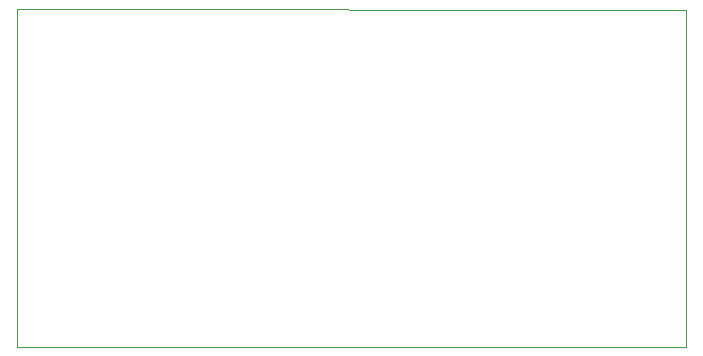
<source format=gbr>
%TF.GenerationSoftware,KiCad,Pcbnew,(5.1.10-1-10_14)*%
%TF.CreationDate,2021-06-08T20:51:40+08:00*%
%TF.ProjectId,network,6e657477-6f72-46b2-9e6b-696361645f70,rev?*%
%TF.SameCoordinates,Original*%
%TF.FileFunction,Profile,NP*%
%FSLAX46Y46*%
G04 Gerber Fmt 4.6, Leading zero omitted, Abs format (unit mm)*
G04 Created by KiCad (PCBNEW (5.1.10-1-10_14)) date 2021-06-08 20:51:40*
%MOMM*%
%LPD*%
G01*
G04 APERTURE LIST*
%TA.AperFunction,Profile*%
%ADD10C,0.100000*%
%TD*%
G04 APERTURE END LIST*
D10*
X156300000Y-79900000D02*
X156300000Y-108400000D01*
X99700000Y-79800000D02*
X99700000Y-108400000D01*
X156300000Y-79900000D02*
X99700000Y-79800000D01*
X99700000Y-108400000D02*
X156300000Y-108400000D01*
M02*

</source>
